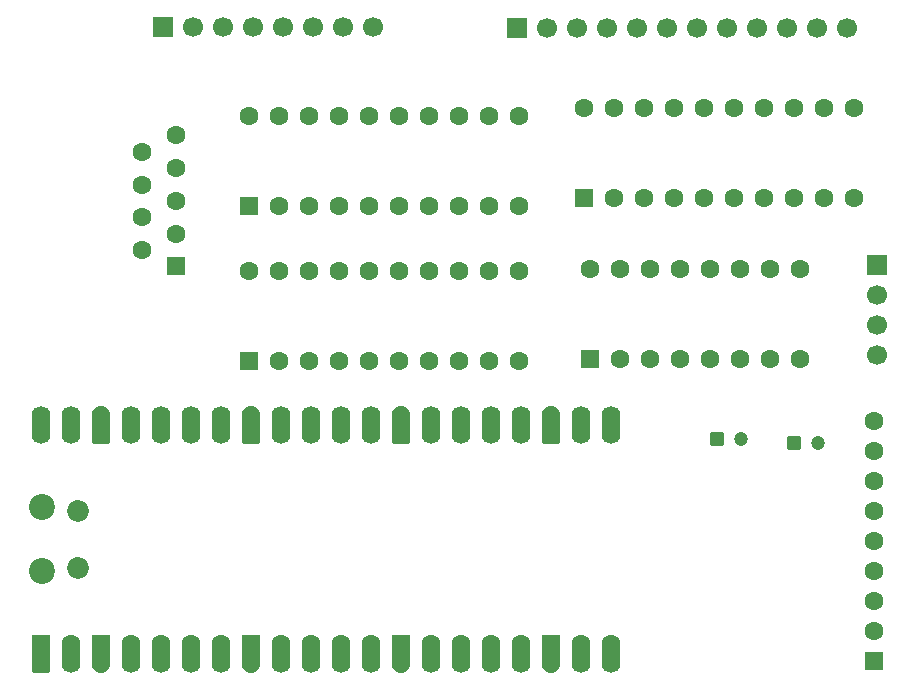
<source format=gbr>
%TF.GenerationSoftware,KiCad,Pcbnew,9.0.2*%
%TF.CreationDate,2025-07-27T17:40:09+01:00*%
%TF.ProjectId,Pico-Keyboard-Matrix-Interface,5069636f-2d4b-4657-9962-6f6172642d4d,rev?*%
%TF.SameCoordinates,Original*%
%TF.FileFunction,Soldermask,Top*%
%TF.FilePolarity,Negative*%
%FSLAX46Y46*%
G04 Gerber Fmt 4.6, Leading zero omitted, Abs format (unit mm)*
G04 Created by KiCad (PCBNEW 9.0.2) date 2025-07-27 17:40:09*
%MOMM*%
%LPD*%
G01*
G04 APERTURE LIST*
G04 Aperture macros list*
%AMRoundRect*
0 Rectangle with rounded corners*
0 $1 Rounding radius*
0 $2 $3 $4 $5 $6 $7 $8 $9 X,Y pos of 4 corners*
0 Add a 4 corners polygon primitive as box body*
4,1,4,$2,$3,$4,$5,$6,$7,$8,$9,$2,$3,0*
0 Add four circle primitives for the rounded corners*
1,1,$1+$1,$2,$3*
1,1,$1+$1,$4,$5*
1,1,$1+$1,$6,$7*
1,1,$1+$1,$8,$9*
0 Add four rect primitives between the rounded corners*
20,1,$1+$1,$2,$3,$4,$5,0*
20,1,$1+$1,$4,$5,$6,$7,0*
20,1,$1+$1,$6,$7,$8,$9,0*
20,1,$1+$1,$8,$9,$2,$3,0*%
%AMFreePoly0*
4,1,37,0.800000,0.796148,0.878414,0.796148,1.032228,0.765552,1.177117,0.705537,1.307515,0.618408,1.418408,0.507515,1.505537,0.377117,1.565552,0.232228,1.596148,0.078414,1.596148,-0.078414,1.565552,-0.232228,1.505537,-0.377117,1.418408,-0.507515,1.307515,-0.618408,1.177117,-0.705537,1.032228,-0.765552,0.878414,-0.796148,0.800000,-0.796148,0.800000,-0.800000,-1.400000,-0.800000,
-1.403843,-0.796157,-1.439018,-0.796157,-1.511114,-0.766294,-1.566294,-0.711114,-1.596157,-0.639018,-1.596157,-0.603843,-1.600000,-0.600000,-1.600000,0.600000,-1.596157,0.603843,-1.596157,0.639018,-1.566294,0.711114,-1.511114,0.766294,-1.439018,0.796157,-1.403843,0.796157,-1.400000,0.800000,0.800000,0.800000,0.800000,0.796148,0.800000,0.796148,$1*%
%AMFreePoly1*
4,1,37,1.403843,0.796157,1.439018,0.796157,1.511114,0.766294,1.566294,0.711114,1.596157,0.639018,1.596157,0.603843,1.600000,0.600000,1.600000,-0.600000,1.596157,-0.603843,1.596157,-0.639018,1.566294,-0.711114,1.511114,-0.766294,1.439018,-0.796157,1.403843,-0.796157,1.400000,-0.800000,-0.800000,-0.800000,-0.800000,-0.796148,-0.878414,-0.796148,-1.032228,-0.765552,-1.177117,-0.705537,
-1.307515,-0.618408,-1.418408,-0.507515,-1.505537,-0.377117,-1.565552,-0.232228,-1.596148,-0.078414,-1.596148,0.078414,-1.565552,0.232228,-1.505537,0.377117,-1.418408,0.507515,-1.307515,0.618408,-1.177117,0.705537,-1.032228,0.765552,-0.878414,0.796148,-0.800000,0.796148,-0.800000,0.800000,1.400000,0.800000,1.403843,0.796157,1.403843,0.796157,$1*%
%AMFreePoly2*
4,1,37,0.603843,0.796157,0.639018,0.796157,0.711114,0.766294,0.766294,0.711114,0.796157,0.639018,0.796157,0.603843,0.800000,0.600000,0.800000,-0.600000,0.796157,-0.603843,0.796157,-0.639018,0.766294,-0.711114,0.711114,-0.766294,0.639018,-0.796157,0.603843,-0.796157,0.600000,-0.800000,0.000000,-0.800000,0.000000,-0.796148,-0.078414,-0.796148,-0.232228,-0.765552,-0.377117,-0.705537,
-0.507515,-0.618408,-0.618408,-0.507515,-0.705537,-0.377117,-0.765552,-0.232228,-0.796148,-0.078414,-0.796148,0.078414,-0.765552,0.232228,-0.705537,0.377117,-0.618408,0.507515,-0.507515,0.618408,-0.377117,0.705537,-0.232228,0.765552,-0.078414,0.796148,0.000000,0.796148,0.000000,0.800000,0.600000,0.800000,0.603843,0.796157,0.603843,0.796157,$1*%
%AMFreePoly3*
4,1,37,0.000000,0.796148,0.078414,0.796148,0.232228,0.765552,0.377117,0.705537,0.507515,0.618408,0.618408,0.507515,0.705537,0.377117,0.765552,0.232228,0.796148,0.078414,0.796148,-0.078414,0.765552,-0.232228,0.705537,-0.377117,0.618408,-0.507515,0.507515,-0.618408,0.377117,-0.705537,0.232228,-0.765552,0.078414,-0.796148,0.000000,-0.796148,0.000000,-0.800000,-0.600000,-0.800000,
-0.603843,-0.796157,-0.639018,-0.796157,-0.711114,-0.766294,-0.766294,-0.711114,-0.796157,-0.639018,-0.796157,-0.603843,-0.800000,-0.600000,-0.800000,0.600000,-0.796157,0.603843,-0.796157,0.639018,-0.766294,0.711114,-0.711114,0.766294,-0.639018,0.796157,-0.603843,0.796157,-0.600000,0.800000,0.000000,0.800000,0.000000,0.796148,0.000000,0.796148,$1*%
G04 Aperture macros list end*
%ADD10RoundRect,0.250000X0.550000X-0.550000X0.550000X0.550000X-0.550000X0.550000X-0.550000X-0.550000X0*%
%ADD11C,1.600000*%
%ADD12RoundRect,0.250000X-0.350000X-0.350000X0.350000X-0.350000X0.350000X0.350000X-0.350000X0.350000X0*%
%ADD13C,1.200000*%
%ADD14R,1.700000X1.700000*%
%ADD15C,1.700000*%
%ADD16C,2.200000*%
%ADD17C,1.850000*%
%ADD18FreePoly0,90.000000*%
%ADD19RoundRect,0.200000X0.600000X-0.600000X0.600000X0.600000X-0.600000X0.600000X-0.600000X-0.600000X0*%
%ADD20RoundRect,0.800000X0.000010X-0.800000X0.000010X0.800000X-0.000010X0.800000X-0.000010X-0.800000X0*%
%ADD21FreePoly1,90.000000*%
%ADD22FreePoly2,90.000000*%
%ADD23FreePoly3,90.000000*%
%ADD24R,1.600000X1.600000*%
G04 APERTURE END LIST*
D10*
%TO.C,U3*%
X117470000Y-57550000D03*
D11*
X120010000Y-57550000D03*
X122550000Y-57550000D03*
X125090000Y-57550000D03*
X127630000Y-57550000D03*
X130170000Y-57550000D03*
X132710000Y-57550000D03*
X135250000Y-57550000D03*
X137790000Y-57550000D03*
X140330000Y-57550000D03*
X140330000Y-49930000D03*
X137790000Y-49930000D03*
X135250000Y-49930000D03*
X132710000Y-49930000D03*
X130170000Y-49930000D03*
X127630000Y-49930000D03*
X125090000Y-49930000D03*
X122550000Y-49930000D03*
X120010000Y-49930000D03*
X117470000Y-49930000D03*
%TD*%
D10*
%TO.C,U2*%
X89110000Y-58200000D03*
D11*
X91650000Y-58200000D03*
X94190000Y-58200000D03*
X96730000Y-58200000D03*
X99270000Y-58200000D03*
X101810000Y-58200000D03*
X104350000Y-58200000D03*
X106890000Y-58200000D03*
X109430000Y-58200000D03*
X111970000Y-58200000D03*
X111970000Y-50580000D03*
X109430000Y-50580000D03*
X106890000Y-50580000D03*
X104350000Y-50580000D03*
X101810000Y-50580000D03*
X99270000Y-50580000D03*
X96730000Y-50580000D03*
X94190000Y-50580000D03*
X91650000Y-50580000D03*
X89110000Y-50580000D03*
%TD*%
D12*
%TO.C,C2*%
X135277400Y-78300000D03*
D13*
X137277400Y-78300000D03*
%TD*%
D14*
%TO.C,J3*%
X142315000Y-63240000D03*
D15*
X142315000Y-65780000D03*
X142315000Y-68320000D03*
X142315000Y-70860000D03*
%TD*%
D16*
%TO.C,A1*%
X71600000Y-89175000D03*
D17*
X74630000Y-88875000D03*
X74630000Y-84025000D03*
D16*
X71600000Y-83725000D03*
D18*
X71470000Y-96140000D03*
D19*
X71470000Y-95340000D03*
D20*
X74010000Y-96140000D03*
D11*
X74010000Y-95340000D03*
D21*
X76550000Y-96140000D03*
D22*
X76550000Y-95340000D03*
D20*
X79090000Y-96140000D03*
D11*
X79090000Y-95340000D03*
D20*
X81630000Y-96140000D03*
D11*
X81630000Y-95340000D03*
D20*
X84170000Y-96140000D03*
D11*
X84170000Y-95340000D03*
D20*
X86710000Y-96140000D03*
D11*
X86710000Y-95340000D03*
D21*
X89250000Y-96140000D03*
D22*
X89250000Y-95340000D03*
D20*
X91790000Y-96140000D03*
D11*
X91790000Y-95340000D03*
D20*
X94330000Y-96140000D03*
D11*
X94330000Y-95340000D03*
D20*
X96870000Y-96140000D03*
D11*
X96870000Y-95340000D03*
D20*
X99410000Y-96140000D03*
D11*
X99410000Y-95340000D03*
D21*
X101950000Y-96140000D03*
D22*
X101950000Y-95340000D03*
D20*
X104490000Y-96140000D03*
D11*
X104490000Y-95340000D03*
D20*
X107030000Y-96140000D03*
D11*
X107030000Y-95340000D03*
D20*
X109570000Y-96140000D03*
D11*
X109570000Y-95340000D03*
D20*
X112110000Y-96140000D03*
D11*
X112110000Y-95340000D03*
D21*
X114650000Y-96140000D03*
D22*
X114650000Y-95340000D03*
D20*
X117190000Y-96140000D03*
D11*
X117190000Y-95340000D03*
D20*
X119730000Y-96140000D03*
D11*
X119730000Y-95340000D03*
X119730000Y-77560000D03*
D20*
X119730000Y-76760000D03*
D11*
X117190000Y-77560000D03*
D20*
X117190000Y-76760000D03*
D23*
X114650000Y-77560000D03*
D18*
X114650000Y-76760000D03*
D11*
X112110000Y-77560000D03*
D20*
X112110000Y-76760000D03*
D11*
X109570000Y-77560000D03*
D20*
X109570000Y-76760000D03*
D11*
X107030000Y-77560000D03*
D20*
X107030000Y-76760000D03*
D11*
X104490000Y-77560000D03*
D20*
X104490000Y-76760000D03*
D23*
X101950000Y-77560000D03*
D18*
X101950000Y-76760000D03*
D11*
X99410000Y-77560000D03*
D20*
X99410000Y-76760000D03*
D11*
X96870000Y-77560000D03*
D20*
X96870000Y-76760000D03*
D11*
X94330000Y-77560000D03*
D20*
X94330000Y-76760000D03*
D11*
X91790000Y-77560000D03*
D20*
X91790000Y-76760000D03*
D23*
X89250000Y-77560000D03*
D18*
X89250000Y-76760000D03*
D11*
X86710000Y-77560000D03*
D20*
X86710000Y-76760000D03*
D11*
X84170000Y-77560000D03*
D20*
X84170000Y-76760000D03*
D11*
X81630000Y-77560000D03*
D20*
X81630000Y-76760000D03*
D11*
X79090000Y-77560000D03*
D20*
X79090000Y-76760000D03*
D23*
X76550000Y-77560000D03*
D18*
X76550000Y-76760000D03*
D11*
X74010000Y-77560000D03*
D20*
X74010000Y-76760000D03*
D11*
X71470000Y-77560000D03*
D20*
X71470000Y-76760000D03*
%TD*%
D10*
%TO.C,U4*%
X117960000Y-71170000D03*
D11*
X120500000Y-71170000D03*
X123040000Y-71170000D03*
X125580000Y-71170000D03*
X128120000Y-71170000D03*
X130660000Y-71170000D03*
X133200000Y-71170000D03*
X135740000Y-71170000D03*
X135740000Y-63550000D03*
X133200000Y-63550000D03*
X130660000Y-63550000D03*
X128120000Y-63550000D03*
X125580000Y-63550000D03*
X123040000Y-63550000D03*
X120500000Y-63550000D03*
X117960000Y-63550000D03*
%TD*%
D14*
%TO.C,J2*%
X111810000Y-43150000D03*
D15*
X114350000Y-43150000D03*
X116890000Y-43150000D03*
X119430000Y-43150000D03*
X121970000Y-43150000D03*
X124510000Y-43150000D03*
X127050000Y-43150000D03*
X129590000Y-43150000D03*
X132130000Y-43150000D03*
X134670000Y-43150000D03*
X137210000Y-43150000D03*
X139750000Y-43150000D03*
%TD*%
D24*
%TO.C,J4*%
X82915300Y-63340000D03*
D11*
X82915300Y-60570000D03*
X82915300Y-57800000D03*
X82915300Y-55030000D03*
X82915300Y-52260000D03*
X80075300Y-61955000D03*
X80075300Y-59185000D03*
X80075300Y-56415000D03*
X80075300Y-53645000D03*
%TD*%
D12*
%TO.C,C1*%
X128777400Y-78000000D03*
D13*
X130777400Y-78000000D03*
%TD*%
D14*
%TO.C,J1*%
X81840000Y-43050000D03*
D15*
X84380000Y-43050000D03*
X86920000Y-43050000D03*
X89460000Y-43050000D03*
X92000000Y-43050000D03*
X94540000Y-43050000D03*
X97080000Y-43050000D03*
X99620000Y-43050000D03*
%TD*%
D24*
%TO.C,RN1*%
X142000000Y-96750000D03*
D11*
X142000000Y-94210000D03*
X142000000Y-91670000D03*
X142000000Y-89130000D03*
X142000000Y-86590000D03*
X142000000Y-84050000D03*
X142000000Y-81510000D03*
X142000000Y-78970000D03*
X142000000Y-76430000D03*
%TD*%
D10*
%TO.C,U1*%
X89160000Y-71400000D03*
D11*
X91700000Y-71400000D03*
X94240000Y-71400000D03*
X96780000Y-71400000D03*
X99320000Y-71400000D03*
X101860000Y-71400000D03*
X104400000Y-71400000D03*
X106940000Y-71400000D03*
X109480000Y-71400000D03*
X112020000Y-71400000D03*
X112020000Y-63780000D03*
X109480000Y-63780000D03*
X106940000Y-63780000D03*
X104400000Y-63780000D03*
X101860000Y-63780000D03*
X99320000Y-63780000D03*
X96780000Y-63780000D03*
X94240000Y-63780000D03*
X91700000Y-63780000D03*
X89160000Y-63780000D03*
%TD*%
M02*

</source>
